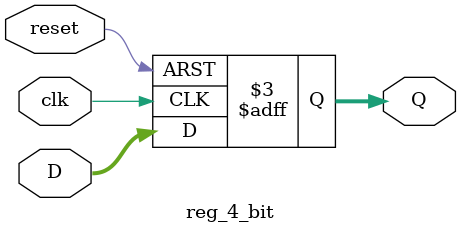
<source format=v>
`timescale 1ns / 1ps


module reg_4_bit (reset, clk, D, Q);
input reset;
input clk;
parameter N = 4; // Allow N to be changed
input [N-1:0] D;
output [N-1:0] Q;
reg [N-1:0] Q;

always @(posedge clk or negedge reset)
if (~reset)
  Q = 0; 
else
  Q = D;
endmodule // regN

</source>
